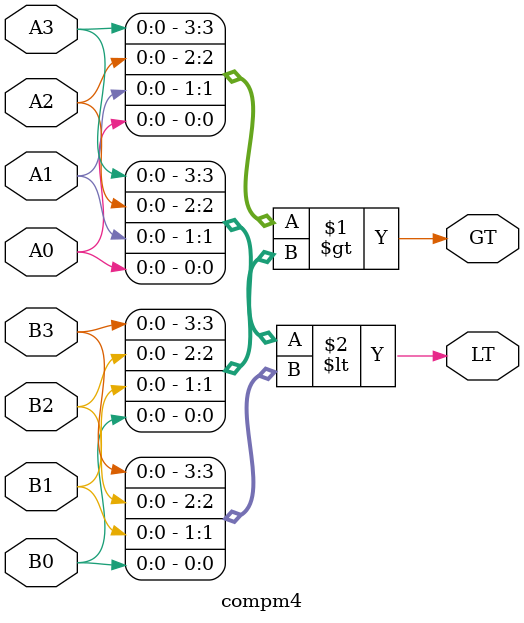
<source format=v>
module compm4(
	 input	A0,
	 input	A1,
	 input	A2,
	 input	A3,
	 input	B0,
	 input	B1,
	 input	B2,
	 input	B3,
	 output	GT,
	 output	LT
    );
	 assign GT = {A3,A2,A1,A0} > {B3,B2,B1,B0};
	 assign LT = {A3,A2,A1,A0} < {B3,B2,B1,B0};
endmodule
</source>
